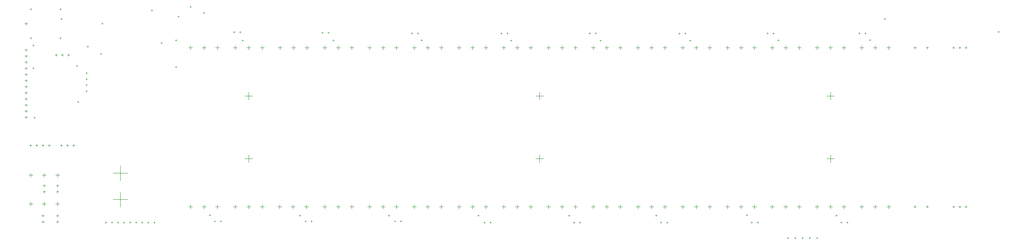
<source format=gbr>
G04*
G04 #@! TF.GenerationSoftware,Altium Limited,Altium Designer,24.1.2 (44)*
G04*
G04 Layer_Color=128*
%FSLAX25Y25*%
%MOIN*%
G70*
G04*
G04 #@! TF.SameCoordinates,29FF4F4E-3C6D-470F-9DA1-2895E510F6E9*
G04*
G04*
G04 #@! TF.FilePolarity,Positive*
G04*
G01*
G75*
%ADD84C,0.00500*%
D84*
X893504Y416417D02*
X897835D01*
X895669Y414252D02*
Y418583D01*
X893504Y406417D02*
X897835D01*
X895669Y404252D02*
Y408583D01*
X893504Y367205D02*
X897835D01*
X895669Y365039D02*
Y369370D01*
X893504Y357205D02*
X897835D01*
X895669Y355039D02*
Y359370D01*
X985925Y437008D02*
X1010138D01*
X998032Y424902D02*
Y449114D01*
X985925Y393701D02*
X1010138D01*
X998032Y381594D02*
Y405807D01*
X842323Y638110D02*
X846653D01*
X844488Y635945D02*
Y640276D01*
X842323Y628110D02*
X846653D01*
X844488Y625945D02*
Y630276D01*
X842323Y618110D02*
X846653D01*
X844488Y615945D02*
Y620276D01*
X842323Y598110D02*
X846653D01*
X844488Y595945D02*
Y600276D01*
X842323Y588110D02*
X846653D01*
X844488Y585945D02*
Y590276D01*
X842323Y568110D02*
X846653D01*
X844488Y565945D02*
Y570276D01*
X842323Y548110D02*
X846653D01*
X844488Y545945D02*
Y550276D01*
X842323Y528110D02*
X846653D01*
X844488Y525945D02*
Y530276D01*
X842323Y538110D02*
X846653D01*
X844488Y535945D02*
Y540276D01*
X842323Y558110D02*
X846653D01*
X844488Y555945D02*
Y560276D01*
X842323Y578110D02*
X846653D01*
X844488Y575945D02*
Y580276D01*
X842323Y608110D02*
X846653D01*
X844488Y605945D02*
Y610276D01*
X2172323Y381890D02*
X2179016D01*
X2175669Y378543D02*
Y385236D01*
X2150433Y381890D02*
X2157126D01*
X2153779Y378543D02*
Y385236D01*
X2128543Y381890D02*
X2135236D01*
X2131890Y378543D02*
Y385236D01*
X2245157Y381890D02*
X2251850D01*
X2248504Y378543D02*
Y385236D01*
X2223268Y381890D02*
X2229961D01*
X2226614Y378543D02*
Y385236D01*
X2201378Y381890D02*
X2208071D01*
X2204724Y378543D02*
Y385236D01*
X1662480Y381890D02*
X1669173D01*
X1665827Y378543D02*
Y385236D01*
X1640591Y381890D02*
X1647284D01*
X1643937Y378543D02*
Y385236D01*
X1618701Y381890D02*
X1625394D01*
X1622047Y378543D02*
Y385236D01*
X1589646Y381890D02*
X1596339D01*
X1592992Y378543D02*
Y385236D01*
X1567756Y381890D02*
X1574449D01*
X1571102Y378543D02*
Y385236D01*
X1545866Y381890D02*
X1552559D01*
X1549213Y378543D02*
Y385236D01*
X2055709Y641732D02*
X2062402D01*
X2059055Y638386D02*
Y645079D01*
X2077598Y641732D02*
X2084291D01*
X2080945Y638386D02*
Y645079D01*
X2099488Y641732D02*
X2106181D01*
X2102835Y638386D02*
Y645079D01*
X2201378Y641732D02*
X2208071D01*
X2204724Y638386D02*
Y645079D01*
X2223268Y641732D02*
X2229961D01*
X2226614Y638386D02*
Y645079D01*
X2245157Y641732D02*
X2251850D01*
X2248504Y638386D02*
Y645079D01*
X2026653Y381890D02*
X2033346D01*
X2030000Y378543D02*
Y385236D01*
X2004764Y381890D02*
X2011457D01*
X2008110Y378543D02*
Y385236D01*
X1982874Y381890D02*
X1989567D01*
X1986221Y378543D02*
Y385236D01*
X2099488Y381890D02*
X2106181D01*
X2102835Y378543D02*
Y385236D01*
X2077598Y381890D02*
X2084291D01*
X2080945Y378543D02*
Y385236D01*
X2055709Y381890D02*
X2062402D01*
X2059055Y378543D02*
Y385236D01*
X1880984Y381890D02*
X1887677D01*
X1884331Y378543D02*
Y385236D01*
X1859094Y381890D02*
X1865787D01*
X1862441Y378543D02*
Y385236D01*
X1837205Y381890D02*
X1843898D01*
X1840551Y378543D02*
Y385236D01*
X1953819Y381890D02*
X1960512D01*
X1957165Y378543D02*
Y385236D01*
X1931929Y381890D02*
X1938622D01*
X1935276Y378543D02*
Y385236D01*
X1910039Y381890D02*
X1916732D01*
X1913386Y378543D02*
Y385236D01*
X1735315Y381890D02*
X1742008D01*
X1738661Y378543D02*
Y385236D01*
X1713425Y381890D02*
X1720118D01*
X1716772Y378543D02*
Y385236D01*
X1691535Y381890D02*
X1698228D01*
X1694882Y378543D02*
Y385236D01*
X1808150Y381890D02*
X1814842D01*
X1811496Y378543D02*
Y385236D01*
X1786260Y381890D02*
X1792953D01*
X1789606Y378543D02*
Y385236D01*
X1764370Y381890D02*
X1771063D01*
X1767716Y378543D02*
Y385236D01*
X1443976Y381890D02*
X1450669D01*
X1447323Y378543D02*
Y385236D01*
X1422087Y381890D02*
X1428780D01*
X1425433Y378543D02*
Y385236D01*
X1400197Y381890D02*
X1406890D01*
X1403543Y378543D02*
Y385236D01*
X1516811Y381890D02*
X1523504D01*
X1520158Y378543D02*
Y385236D01*
X1494921Y381890D02*
X1501614D01*
X1498268Y378543D02*
Y385236D01*
X1473032Y381890D02*
X1479724D01*
X1476378Y378543D02*
Y385236D01*
X1297520Y381890D02*
X1304213D01*
X1300866Y378543D02*
Y385236D01*
X1275630Y381890D02*
X1282323D01*
X1278976Y378543D02*
Y385236D01*
X1253740Y381890D02*
X1260433D01*
X1257087Y378543D02*
Y385236D01*
X1371142Y381890D02*
X1377835D01*
X1374488Y378543D02*
Y385236D01*
X1349252Y381890D02*
X1355945D01*
X1352598Y378543D02*
Y385236D01*
X1327362Y381890D02*
X1334055D01*
X1330709Y378543D02*
Y385236D01*
X1152638Y381890D02*
X1159331D01*
X1155984Y378543D02*
Y385236D01*
X1130748Y381890D02*
X1137441D01*
X1134095Y378543D02*
Y385236D01*
X1108858Y381890D02*
X1115551D01*
X1112205Y378543D02*
Y385236D01*
X1225472Y381890D02*
X1232165D01*
X1228819Y378543D02*
Y385236D01*
X1203583Y381890D02*
X1210276D01*
X1206929Y378543D02*
Y385236D01*
X1181693Y381890D02*
X1188386D01*
X1185039Y378543D02*
Y385236D01*
X2128543Y641732D02*
X2135236D01*
X2131890Y638386D02*
Y645079D01*
X2150433Y641732D02*
X2157126D01*
X2153779Y638386D02*
Y645079D01*
X2172323Y641732D02*
X2179016D01*
X2175669Y638386D02*
Y645079D01*
X1982874Y641732D02*
X1989567D01*
X1986221Y638386D02*
Y645079D01*
X2004764Y641732D02*
X2011457D01*
X2008110Y638386D02*
Y645079D01*
X2026653Y641732D02*
X2033346D01*
X2030000Y638386D02*
Y645079D01*
X1764370Y641732D02*
X1771063D01*
X1767716Y638386D02*
Y645079D01*
X1786260Y641732D02*
X1792953D01*
X1789606Y638386D02*
Y645079D01*
X1808150Y641732D02*
X1814842D01*
X1811496Y638386D02*
Y645079D01*
X1691535Y641732D02*
X1698228D01*
X1694882Y638386D02*
Y645079D01*
X1713425Y641732D02*
X1720118D01*
X1716772Y638386D02*
Y645079D01*
X1735315Y641732D02*
X1742008D01*
X1738661Y638386D02*
Y645079D01*
X1910039Y641732D02*
X1916732D01*
X1913386Y638386D02*
Y645079D01*
X1931929Y641732D02*
X1938622D01*
X1935276Y638386D02*
Y645079D01*
X1953819Y641732D02*
X1960512D01*
X1957165Y638386D02*
Y645079D01*
X1837205Y641732D02*
X1843898D01*
X1840551Y638386D02*
Y645079D01*
X1859094Y641732D02*
X1865787D01*
X1862441Y638386D02*
Y645079D01*
X1880984Y641732D02*
X1887677D01*
X1884331Y638386D02*
Y645079D01*
X1618701Y641732D02*
X1625394D01*
X1622047Y638386D02*
Y645079D01*
X1640591Y641732D02*
X1647284D01*
X1643937Y638386D02*
Y645079D01*
X1662480Y641732D02*
X1669173D01*
X1665827Y638386D02*
Y645079D01*
X1545866Y641732D02*
X1552559D01*
X1549213Y638386D02*
Y645079D01*
X1567756Y641732D02*
X1574449D01*
X1571102Y638386D02*
Y645079D01*
X1589646Y641732D02*
X1596339D01*
X1592992Y638386D02*
Y645079D01*
X1473032Y641732D02*
X1479724D01*
X1476378Y638386D02*
Y645079D01*
X1494921Y641732D02*
X1501614D01*
X1498268Y638386D02*
Y645079D01*
X1516811Y641732D02*
X1523504D01*
X1520158Y638386D02*
Y645079D01*
X1400197Y641732D02*
X1406890D01*
X1403543Y638386D02*
Y645079D01*
X1422087Y641732D02*
X1428780D01*
X1425433Y638386D02*
Y645079D01*
X1443976Y641732D02*
X1450669D01*
X1447323Y638386D02*
Y645079D01*
X892559Y433642D02*
X899252D01*
X895905Y430295D02*
Y436988D01*
X870669Y433642D02*
X877362D01*
X874016Y430295D02*
Y436988D01*
X848779Y433642D02*
X855472D01*
X852126Y430295D02*
Y436988D01*
X892559Y386398D02*
X899252D01*
X895905Y383051D02*
Y389744D01*
X870669Y386398D02*
X877362D01*
X874016Y383051D02*
Y389744D01*
X848779Y386398D02*
X855472D01*
X852126Y383051D02*
Y389744D01*
X1327362Y641732D02*
X1334055D01*
X1330709Y638386D02*
Y645079D01*
X1349252Y641732D02*
X1355945D01*
X1352598Y638386D02*
Y645079D01*
X1371142Y641732D02*
X1377835D01*
X1374488Y638386D02*
Y645079D01*
X1254528Y641732D02*
X1261220D01*
X1257874Y638386D02*
Y645079D01*
X1276417Y641732D02*
X1283110D01*
X1279764Y638386D02*
Y645079D01*
X1298307Y641732D02*
X1305000D01*
X1301653Y638386D02*
Y645079D01*
X1181693Y641732D02*
X1188386D01*
X1185039Y638386D02*
Y645079D01*
X1203583Y641732D02*
X1210276D01*
X1206929Y638386D02*
Y645079D01*
X1225472Y641732D02*
X1232165D01*
X1228819Y638386D02*
Y645079D01*
X1108858Y641732D02*
X1115551D01*
X1112205Y638386D02*
Y645079D01*
X1130748Y641732D02*
X1137441D01*
X1134095Y638386D02*
Y645079D01*
X1152638Y641732D02*
X1159331D01*
X1155984Y638386D02*
Y645079D01*
X871850Y416417D02*
X876181D01*
X874016Y414252D02*
Y418583D01*
X871850Y406417D02*
X876181D01*
X874016Y404252D02*
Y408583D01*
X869882Y367205D02*
X874213D01*
X872047Y365039D02*
Y369370D01*
X869882Y357205D02*
X874213D01*
X872047Y355039D02*
Y359370D01*
X891575Y629921D02*
X895512D01*
X893543Y627953D02*
Y631890D01*
X901575Y629921D02*
X905512D01*
X903543Y627953D02*
Y631890D01*
X911575Y629921D02*
X915512D01*
X913543Y627953D02*
Y631890D01*
X2289153Y381890D02*
X2293524D01*
X2291339Y379705D02*
Y384075D01*
X2309154Y381890D02*
X2313524D01*
X2311339Y379705D02*
Y384075D01*
X2309154Y641732D02*
X2313524D01*
X2311339Y639547D02*
Y643917D01*
X2289153Y641732D02*
X2293524D01*
X2291339Y639547D02*
Y643917D01*
X841850Y681102D02*
X847126D01*
X844488Y678465D02*
Y683740D01*
X850787Y704724D02*
X853937D01*
X852362Y703150D02*
Y706299D01*
X850787Y657480D02*
X853937D01*
X852362Y655905D02*
Y659055D01*
X898819Y704724D02*
X901968D01*
X900394Y703150D02*
Y706299D01*
X898819Y657480D02*
X901968D01*
X900394Y655905D02*
Y659055D01*
X919921Y482283D02*
X923858D01*
X921890Y480315D02*
Y484252D01*
X909921Y482283D02*
X913858D01*
X911890Y480315D02*
Y484252D01*
X899921Y482283D02*
X903858D01*
X901890Y480315D02*
Y484252D01*
X879921Y482283D02*
X883858D01*
X881890Y480315D02*
Y484252D01*
X869921Y482283D02*
X873858D01*
X871890Y480315D02*
Y484252D01*
X859921Y482283D02*
X863858D01*
X861890Y480315D02*
Y484252D01*
X849921Y482283D02*
X853858D01*
X851890Y480315D02*
Y484252D01*
X2372362Y381890D02*
X2376299D01*
X2374331Y379921D02*
Y383858D01*
X2362362Y381890D02*
X2366299D01*
X2364331Y379921D02*
Y383858D01*
X2352362Y381890D02*
X2356299D01*
X2354331Y379921D02*
Y383858D01*
X2352362Y641732D02*
X2356299D01*
X2354331Y639764D02*
Y643701D01*
X2362362Y641732D02*
X2366299D01*
X2364331Y639764D02*
Y643701D01*
X2372362Y641732D02*
X2376299D01*
X2374331Y639764D02*
Y643701D01*
X1063561Y649606D02*
X1066361D01*
X1064961Y648206D02*
Y651006D01*
X1087183Y610236D02*
X1089983D01*
X1088583Y608836D02*
Y611636D01*
X965135Y631890D02*
X967935D01*
X966535Y630490D02*
Y633290D01*
X1674055Y460630D02*
X1686654D01*
X1680354Y454331D02*
Y466929D01*
X1674055Y562992D02*
X1686654D01*
X1680354Y556693D02*
Y569291D01*
X1200630Y562992D02*
X1213228D01*
X1206929Y556693D02*
Y569291D01*
X1200630Y460630D02*
X1213228D01*
X1206929Y454331D02*
Y466929D01*
X927734Y553150D02*
X930534D01*
X929134Y551750D02*
Y554550D01*
X856868Y527559D02*
X859668D01*
X858268Y526159D02*
Y528959D01*
X941513Y570866D02*
X944313D01*
X942913Y569466D02*
Y572266D01*
X1886395Y356299D02*
X1889195D01*
X1887795Y354899D02*
Y357699D01*
X1087183Y653980D02*
X1089983D01*
X1088583Y652580D02*
Y655380D01*
X2147480Y460630D02*
X2160079D01*
X2153779Y454331D02*
Y466929D01*
X2147480Y562992D02*
X2160079D01*
X2153779Y556693D02*
Y569291D01*
X2016316Y368110D02*
X2019117D01*
X2017716Y366710D02*
Y369510D01*
X1091120Y692913D02*
X1093920D01*
X1092520Y691513D02*
Y694313D01*
X854899Y608268D02*
X857699D01*
X856299Y606868D02*
Y609668D01*
X854899Y645669D02*
X857699D01*
X856299Y644269D02*
Y647069D01*
X1110805Y708661D02*
X1113605D01*
X1112205Y707261D02*
Y710061D01*
X1047813Y702756D02*
X1050613D01*
X1049213Y701356D02*
Y704156D01*
X900491Y689004D02*
X903291D01*
X901891Y687604D02*
Y690404D01*
X2161986Y367673D02*
X2164786D01*
X2163386Y366273D02*
Y369073D01*
X1868646Y367673D02*
X1871446D01*
X1870046Y366273D02*
Y369073D01*
X1726946Y367673D02*
X1729746D01*
X1728346Y366273D02*
Y369073D01*
X1579309Y367673D02*
X1582109D01*
X1580709Y366273D02*
Y369073D01*
X1433639Y367673D02*
X1436439D01*
X1435039Y366273D02*
Y369073D01*
X1288696Y367673D02*
X1291496D01*
X1290096Y366273D02*
Y369073D01*
X1142301Y368110D02*
X1145101D01*
X1143701Y366710D02*
Y369510D01*
X1195450Y653543D02*
X1198250D01*
X1196850Y652143D02*
Y654943D01*
X1343088Y653980D02*
X1345888D01*
X1344488Y652580D02*
Y655380D01*
X1486789Y653980D02*
X1489589D01*
X1488189Y652580D02*
Y655380D01*
X1632458Y653543D02*
X1635258D01*
X1633858Y652143D02*
Y654943D01*
X1778128Y653543D02*
X1780928D01*
X1779528Y652143D02*
Y654943D01*
X1923797Y653543D02*
X1926597D01*
X1925197Y652143D02*
Y654943D01*
X2067498Y653980D02*
X2070298D01*
X2068898Y652580D02*
Y655380D01*
X2216527Y654334D02*
X2219327D01*
X2217927Y652934D02*
Y655734D01*
X925765Y612205D02*
X928565D01*
X927165Y610805D02*
Y613605D01*
X941513Y600394D02*
X944313D01*
X942913Y598994D02*
Y601794D01*
X943482Y643701D02*
X946282D01*
X944882Y642301D02*
Y645101D01*
X967108Y681102D02*
X969908D01*
X968508Y679702D02*
Y682502D01*
X2240726Y688976D02*
X2243526D01*
X2242126Y687576D02*
Y690376D01*
X1132458Y698819D02*
X1135258D01*
X1133858Y697419D02*
Y700219D01*
X2130490Y330709D02*
X2133290D01*
X2131890Y329309D02*
Y332109D01*
X2118679Y330709D02*
X2121479D01*
X2120079Y329309D02*
Y332109D01*
X2106868Y330709D02*
X2109668D01*
X2108268Y329309D02*
Y332109D01*
X2095057Y330709D02*
X2097857D01*
X2096457Y329309D02*
Y332109D01*
X2083246Y330709D02*
X2086046D01*
X2084646Y329309D02*
Y332109D01*
X941513Y590551D02*
X944313D01*
X942913Y589151D02*
Y591951D01*
X941513Y580709D02*
X944313D01*
X942913Y579309D02*
Y582109D01*
X973009Y356299D02*
X975809D01*
X974409Y354899D02*
Y357699D01*
X982852Y356299D02*
X985652D01*
X984252Y354899D02*
Y357699D01*
X992694Y356299D02*
X995494D01*
X994094Y354899D02*
Y357699D01*
X1002537Y356299D02*
X1005337D01*
X1003937Y354899D02*
Y357699D01*
X1012379Y356299D02*
X1015180D01*
X1013780Y354899D02*
Y357699D01*
X1022222Y356299D02*
X1025022D01*
X1023622Y354899D02*
Y357699D01*
X1032065Y356299D02*
X1034865D01*
X1033465Y354899D02*
Y357699D01*
X1041907Y356299D02*
X1044707D01*
X1043307Y354899D02*
Y357699D01*
X1051750Y356299D02*
X1054550D01*
X1053150Y354899D02*
Y357699D01*
X2425947Y667706D02*
X2428747D01*
X2427347Y666306D02*
Y669106D01*
X2169860Y356299D02*
X2172660D01*
X2171260Y354899D02*
Y357699D01*
X2024191Y356299D02*
X2026991D01*
X2025591Y354899D02*
Y357699D01*
X2034033Y356299D02*
X2036833D01*
X2035433Y354899D02*
Y357699D01*
X1876553Y356299D02*
X1879353D01*
X1877953Y354899D02*
Y357699D01*
X1734821Y356299D02*
X1737621D01*
X1736221Y354899D02*
Y357699D01*
X1744663Y356299D02*
X1747463D01*
X1746063Y354899D02*
Y357699D01*
X1589151Y356299D02*
X1591951D01*
X1590551Y354899D02*
Y357699D01*
X1598994Y356299D02*
X1601794D01*
X1600394Y354899D02*
Y357699D01*
X1443482Y358268D02*
X1446282D01*
X1444882Y356868D02*
Y359668D01*
X1453324Y358268D02*
X1456124D01*
X1454724Y356868D02*
Y359668D01*
X1297813Y358268D02*
X1300613D01*
X1299213Y356868D02*
Y359668D01*
X1307655Y358268D02*
X1310455D01*
X1309055Y356868D02*
Y359668D01*
X1160017Y358268D02*
X1162817D01*
X1161417Y356868D02*
Y359668D01*
X1150175Y358268D02*
X1152975D01*
X1151575Y356868D02*
Y359668D01*
X2179702Y356299D02*
X2182502D01*
X2181102Y354899D02*
Y357699D01*
X2199387Y665354D02*
X2202187D01*
X2200787Y663954D02*
Y666754D01*
X2059624Y665354D02*
X2062424D01*
X2061024Y663954D02*
Y666754D01*
X1915923Y665354D02*
X1918723D01*
X1917323Y663954D02*
Y666754D01*
X1770254Y665354D02*
X1773054D01*
X1771654Y663954D02*
Y666754D01*
X1626553Y665354D02*
X1629353D01*
X1627953Y663954D02*
Y666754D01*
X1480884Y665354D02*
X1483683D01*
X1482283Y663954D02*
Y666754D01*
X1191513Y667323D02*
X1194313D01*
X1192913Y665923D02*
Y668723D01*
X1616710Y665354D02*
X1619510D01*
X1618110Y663954D02*
Y666754D01*
X1181671Y667323D02*
X1184471D01*
X1183071Y665923D02*
Y668723D01*
X1325372Y666535D02*
X1328172D01*
X1326772Y665135D02*
Y667935D01*
X1335214Y666535D02*
X1338014D01*
X1336614Y665135D02*
Y667935D01*
X1471041Y665354D02*
X1473841D01*
X1472441Y663954D02*
Y666754D01*
X1760411Y665354D02*
X1763211D01*
X1761811Y663954D02*
Y666754D01*
X1906080Y664961D02*
X1908880D01*
X1907480Y663561D02*
Y666361D01*
X2049781Y665354D02*
X2052581D01*
X2051181Y663954D02*
Y666754D01*
X2209230Y665354D02*
X2212030D01*
X2210630Y663954D02*
Y666754D01*
M02*

</source>
